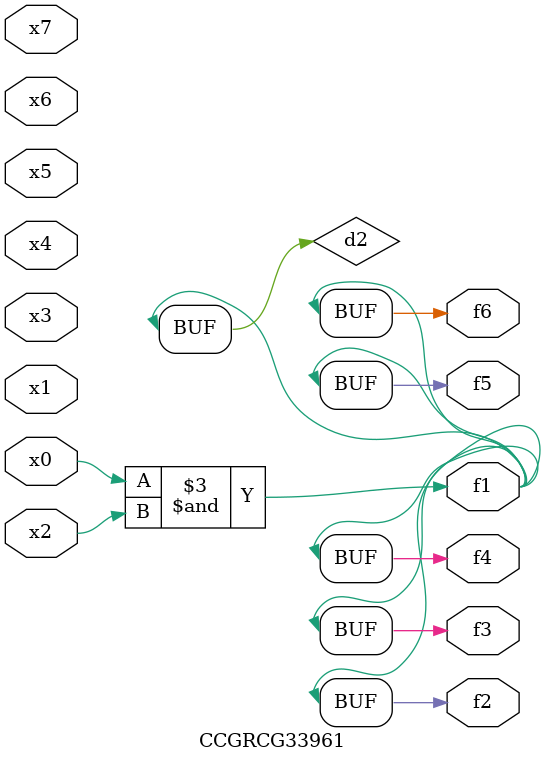
<source format=v>
module CCGRCG33961(
	input x0, x1, x2, x3, x4, x5, x6, x7,
	output f1, f2, f3, f4, f5, f6
);

	wire d1, d2;

	nor (d1, x3, x6);
	and (d2, x0, x2);
	assign f1 = d2;
	assign f2 = d2;
	assign f3 = d2;
	assign f4 = d2;
	assign f5 = d2;
	assign f6 = d2;
endmodule

</source>
